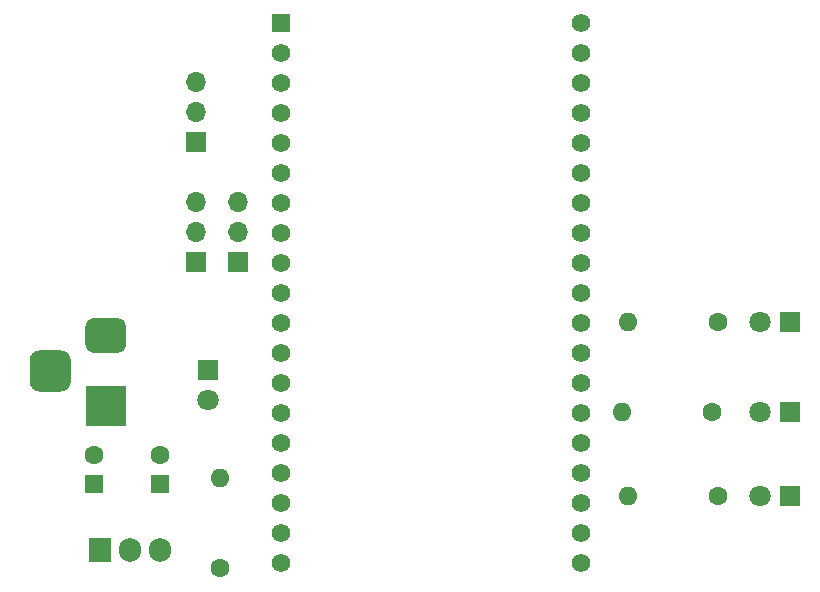
<source format=gbr>
%TF.GenerationSoftware,KiCad,Pcbnew,(5.1.12)-1*%
%TF.CreationDate,2022-04-15T13:15:03+05:30*%
%TF.ProjectId,Smart_meter,536d6172-745f-46d6-9574-65722e6b6963,rev?*%
%TF.SameCoordinates,Original*%
%TF.FileFunction,Copper,L2,Bot*%
%TF.FilePolarity,Positive*%
%FSLAX46Y46*%
G04 Gerber Fmt 4.6, Leading zero omitted, Abs format (unit mm)*
G04 Created by KiCad (PCBNEW (5.1.12)-1) date 2022-04-15 13:15:03*
%MOMM*%
%LPD*%
G01*
G04 APERTURE LIST*
%TA.AperFunction,ComponentPad*%
%ADD10O,1.700000X1.700000*%
%TD*%
%TA.AperFunction,ComponentPad*%
%ADD11R,1.700000X1.700000*%
%TD*%
%TA.AperFunction,ComponentPad*%
%ADD12R,3.500000X3.500000*%
%TD*%
%TA.AperFunction,ComponentPad*%
%ADD13O,1.905000X2.000000*%
%TD*%
%TA.AperFunction,ComponentPad*%
%ADD14R,1.905000X2.000000*%
%TD*%
%TA.AperFunction,ComponentPad*%
%ADD15C,1.560000*%
%TD*%
%TA.AperFunction,ComponentPad*%
%ADD16R,1.560000X1.560000*%
%TD*%
%TA.AperFunction,ComponentPad*%
%ADD17O,1.600000X1.600000*%
%TD*%
%TA.AperFunction,ComponentPad*%
%ADD18C,1.600000*%
%TD*%
%TA.AperFunction,ComponentPad*%
%ADD19C,1.800000*%
%TD*%
%TA.AperFunction,ComponentPad*%
%ADD20R,1.800000X1.800000*%
%TD*%
%TA.AperFunction,ComponentPad*%
%ADD21R,1.600000X1.600000*%
%TD*%
G04 APERTURE END LIST*
D10*
%TO.P,J4,3*%
%TO.N,Net-(J4-Pad3)*%
X135128000Y-78232000D03*
%TO.P,J4,2*%
%TO.N,GND*%
X135128000Y-80772000D03*
D11*
%TO.P,J4,1*%
%TO.N,VCC*%
X135128000Y-83312000D03*
%TD*%
%TO.P,J1,3*%
%TO.N,N/C*%
%TA.AperFunction,ComponentPad*%
G36*
G01*
X118377000Y-90754000D02*
X120127000Y-90754000D01*
G75*
G02*
X121002000Y-91629000I0J-875000D01*
G01*
X121002000Y-93379000D01*
G75*
G02*
X120127000Y-94254000I-875000J0D01*
G01*
X118377000Y-94254000D01*
G75*
G02*
X117502000Y-93379000I0J875000D01*
G01*
X117502000Y-91629000D01*
G75*
G02*
X118377000Y-90754000I875000J0D01*
G01*
G37*
%TD.AperFunction*%
%TO.P,J1,2*%
%TO.N,GND*%
%TA.AperFunction,ComponentPad*%
G36*
G01*
X122952000Y-88004000D02*
X124952000Y-88004000D01*
G75*
G02*
X125702000Y-88754000I0J-750000D01*
G01*
X125702000Y-90254000D01*
G75*
G02*
X124952000Y-91004000I-750000J0D01*
G01*
X122952000Y-91004000D01*
G75*
G02*
X122202000Y-90254000I0J750000D01*
G01*
X122202000Y-88754000D01*
G75*
G02*
X122952000Y-88004000I750000J0D01*
G01*
G37*
%TD.AperFunction*%
D12*
%TO.P,J1,1*%
%TO.N,Net-(C1-Pad1)*%
X123952000Y-95504000D03*
%TD*%
D13*
%TO.P,U2,3*%
%TO.N,VCC*%
X128524000Y-107696000D03*
%TO.P,U2,2*%
%TO.N,GND*%
X125984000Y-107696000D03*
D14*
%TO.P,U2,1*%
%TO.N,Net-(C1-Pad1)*%
X123444000Y-107696000D03*
%TD*%
D15*
%TO.P,U1,38*%
%TO.N,N/C*%
X164232001Y-108757001D03*
%TO.P,U1,37*%
X164232001Y-106217001D03*
%TO.P,U1,36*%
X164232001Y-103677001D03*
%TO.P,U1,35*%
X164232001Y-101137001D03*
%TO.P,U1,34*%
%TO.N,Net-(R4-Pad2)*%
X164232001Y-98597001D03*
%TO.P,U1,33*%
%TO.N,Net-(R3-Pad2)*%
X164232001Y-96057001D03*
%TO.P,U1,32*%
%TO.N,Net-(R2-Pad2)*%
X164232001Y-93517001D03*
%TO.P,U1,31*%
%TO.N,N/C*%
X164232001Y-90977001D03*
%TO.P,U1,30*%
X164232001Y-88437001D03*
%TO.P,U1,29*%
X164232001Y-85897001D03*
%TO.P,U1,28*%
X164232001Y-83357001D03*
%TO.P,U1,27*%
X164232001Y-80817001D03*
%TO.P,U1,26*%
%TO.N,GND*%
X164232001Y-78277001D03*
%TO.P,U1,25*%
%TO.N,N/C*%
X164232001Y-75737001D03*
%TO.P,U1,24*%
X164232001Y-73197001D03*
%TO.P,U1,23*%
X164232001Y-70657001D03*
%TO.P,U1,22*%
X164232001Y-68117001D03*
%TO.P,U1,21*%
X164232001Y-65577001D03*
%TO.P,U1,20*%
%TO.N,GND*%
X164232001Y-63037001D03*
%TO.P,U1,18*%
%TO.N,N/C*%
X138832001Y-106217001D03*
%TO.P,U1,17*%
X138832001Y-103677001D03*
%TO.P,U1,16*%
X138832001Y-101137001D03*
%TO.P,U1,15*%
X138832001Y-98597001D03*
%TO.P,U1,14*%
%TO.N,GND*%
X138832001Y-96057001D03*
%TO.P,U1,13*%
%TO.N,N/C*%
X138832001Y-93517001D03*
%TO.P,U1,12*%
X138832001Y-90977001D03*
%TO.P,U1,11*%
X138832001Y-88437001D03*
%TO.P,U1,10*%
X138832001Y-85897001D03*
%TO.P,U1,9*%
X138832001Y-83357001D03*
%TO.P,U1,8*%
X138832001Y-80817001D03*
%TO.P,U1,7*%
%TO.N,Net-(J4-Pad3)*%
X138832001Y-78277001D03*
%TO.P,U1,6*%
%TO.N,Net-(J3-Pad3)*%
X138832001Y-75737001D03*
%TO.P,U1,5*%
%TO.N,Net-(J2-Pad1)*%
X138832001Y-73197001D03*
%TO.P,U1,4*%
%TO.N,N/C*%
X138832001Y-70657001D03*
%TO.P,U1,3*%
X138832001Y-68117001D03*
%TO.P,U1,19*%
%TO.N,VCC*%
X138832001Y-108757001D03*
%TO.P,U1,2*%
%TO.N,N/C*%
X138832001Y-65577001D03*
D16*
%TO.P,U1,1*%
X138832001Y-63037001D03*
%TD*%
D17*
%TO.P,R4,2*%
%TO.N,Net-(R4-Pad2)*%
X168148000Y-103124000D03*
D18*
%TO.P,R4,1*%
%TO.N,Net-(D4-Pad2)*%
X175768000Y-103124000D03*
%TD*%
D17*
%TO.P,R3,2*%
%TO.N,Net-(R3-Pad2)*%
X167640000Y-96012000D03*
D18*
%TO.P,R3,1*%
%TO.N,Net-(D3-Pad2)*%
X175260000Y-96012000D03*
%TD*%
D17*
%TO.P,R2,2*%
%TO.N,Net-(R2-Pad2)*%
X168148000Y-88392000D03*
D18*
%TO.P,R2,1*%
%TO.N,Net-(D2-Pad2)*%
X175768000Y-88392000D03*
%TD*%
D17*
%TO.P,R1,2*%
%TO.N,Net-(D1-Pad2)*%
X133604000Y-101600000D03*
D18*
%TO.P,R1,1*%
%TO.N,VCC*%
X133604000Y-109220000D03*
%TD*%
D10*
%TO.P,J3,3*%
%TO.N,Net-(J3-Pad3)*%
X131572000Y-78232000D03*
%TO.P,J3,2*%
%TO.N,GND*%
X131572000Y-80772000D03*
D11*
%TO.P,J3,1*%
%TO.N,VCC*%
X131572000Y-83312000D03*
%TD*%
D10*
%TO.P,J2,3*%
%TO.N,VCC*%
X131572000Y-68072000D03*
%TO.P,J2,2*%
%TO.N,GND*%
X131572000Y-70612000D03*
D11*
%TO.P,J2,1*%
%TO.N,Net-(J2-Pad1)*%
X131572000Y-73152000D03*
%TD*%
D19*
%TO.P,D4,2*%
%TO.N,Net-(D4-Pad2)*%
X179324000Y-103124000D03*
D20*
%TO.P,D4,1*%
%TO.N,GND*%
X181864000Y-103124000D03*
%TD*%
D19*
%TO.P,D3,2*%
%TO.N,Net-(D3-Pad2)*%
X179324000Y-96012000D03*
D20*
%TO.P,D3,1*%
%TO.N,GND*%
X181864000Y-96012000D03*
%TD*%
D19*
%TO.P,D2,2*%
%TO.N,Net-(D2-Pad2)*%
X179324000Y-88392000D03*
D20*
%TO.P,D2,1*%
%TO.N,GND*%
X181864000Y-88392000D03*
%TD*%
D19*
%TO.P,D1,2*%
%TO.N,Net-(D1-Pad2)*%
X132588000Y-94996000D03*
D20*
%TO.P,D1,1*%
%TO.N,GND*%
X132588000Y-92456000D03*
%TD*%
D18*
%TO.P,C2,2*%
%TO.N,GND*%
X128524000Y-99608000D03*
D21*
%TO.P,C2,1*%
%TO.N,VCC*%
X128524000Y-102108000D03*
%TD*%
D18*
%TO.P,C1,2*%
%TO.N,GND*%
X122936000Y-99608000D03*
D21*
%TO.P,C1,1*%
%TO.N,Net-(C1-Pad1)*%
X122936000Y-102108000D03*
%TD*%
M02*

</source>
